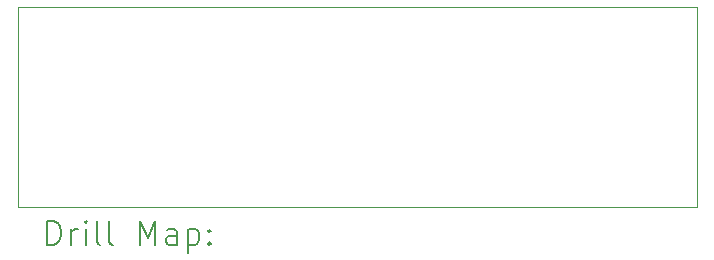
<source format=gbr>
%TF.GenerationSoftware,KiCad,Pcbnew,(6.0.8-1)-1*%
%TF.CreationDate,2024-02-23T21:37:50-06:00*%
%TF.ProjectId,RGB LED Interface,52474220-4c45-4442-9049-6e7465726661,rev?*%
%TF.SameCoordinates,Original*%
%TF.FileFunction,Drillmap*%
%TF.FilePolarity,Positive*%
%FSLAX45Y45*%
G04 Gerber Fmt 4.5, Leading zero omitted, Abs format (unit mm)*
G04 Created by KiCad (PCBNEW (6.0.8-1)-1) date 2024-02-23 21:37:50*
%MOMM*%
%LPD*%
G01*
G04 APERTURE LIST*
%ADD10C,0.100000*%
%ADD11C,0.200000*%
G04 APERTURE END LIST*
D10*
X15500000Y-8300000D02*
X9750000Y-8300000D01*
X9750000Y-8300000D02*
X9750000Y-6600000D01*
X9750000Y-6600000D02*
X15500000Y-6600000D01*
X15500000Y-6600000D02*
X15500000Y-8300000D01*
D11*
X10002619Y-8615476D02*
X10002619Y-8415476D01*
X10050238Y-8415476D01*
X10078810Y-8425000D01*
X10097857Y-8444048D01*
X10107381Y-8463095D01*
X10116905Y-8501190D01*
X10116905Y-8529762D01*
X10107381Y-8567857D01*
X10097857Y-8586905D01*
X10078810Y-8605952D01*
X10050238Y-8615476D01*
X10002619Y-8615476D01*
X10202619Y-8615476D02*
X10202619Y-8482143D01*
X10202619Y-8520238D02*
X10212143Y-8501190D01*
X10221667Y-8491667D01*
X10240714Y-8482143D01*
X10259762Y-8482143D01*
X10326429Y-8615476D02*
X10326429Y-8482143D01*
X10326429Y-8415476D02*
X10316905Y-8425000D01*
X10326429Y-8434524D01*
X10335952Y-8425000D01*
X10326429Y-8415476D01*
X10326429Y-8434524D01*
X10450238Y-8615476D02*
X10431190Y-8605952D01*
X10421667Y-8586905D01*
X10421667Y-8415476D01*
X10555000Y-8615476D02*
X10535952Y-8605952D01*
X10526429Y-8586905D01*
X10526429Y-8415476D01*
X10783571Y-8615476D02*
X10783571Y-8415476D01*
X10850238Y-8558333D01*
X10916905Y-8415476D01*
X10916905Y-8615476D01*
X11097857Y-8615476D02*
X11097857Y-8510714D01*
X11088333Y-8491667D01*
X11069286Y-8482143D01*
X11031190Y-8482143D01*
X11012143Y-8491667D01*
X11097857Y-8605952D02*
X11078810Y-8615476D01*
X11031190Y-8615476D01*
X11012143Y-8605952D01*
X11002619Y-8586905D01*
X11002619Y-8567857D01*
X11012143Y-8548810D01*
X11031190Y-8539286D01*
X11078810Y-8539286D01*
X11097857Y-8529762D01*
X11193095Y-8482143D02*
X11193095Y-8682143D01*
X11193095Y-8491667D02*
X11212143Y-8482143D01*
X11250238Y-8482143D01*
X11269286Y-8491667D01*
X11278809Y-8501190D01*
X11288333Y-8520238D01*
X11288333Y-8577381D01*
X11278809Y-8596429D01*
X11269286Y-8605952D01*
X11250238Y-8615476D01*
X11212143Y-8615476D01*
X11193095Y-8605952D01*
X11374048Y-8596429D02*
X11383571Y-8605952D01*
X11374048Y-8615476D01*
X11364524Y-8605952D01*
X11374048Y-8596429D01*
X11374048Y-8615476D01*
X11374048Y-8491667D02*
X11383571Y-8501190D01*
X11374048Y-8510714D01*
X11364524Y-8501190D01*
X11374048Y-8491667D01*
X11374048Y-8510714D01*
M02*

</source>
